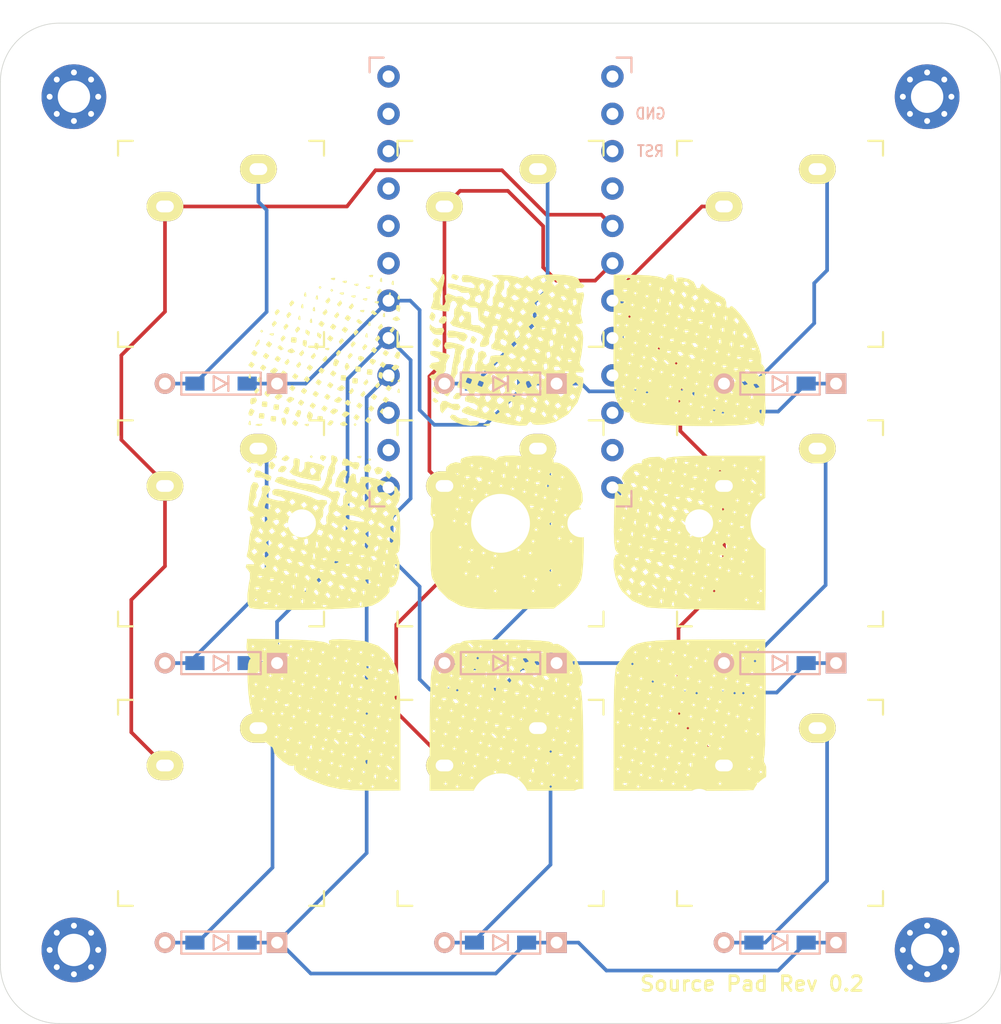
<source format=kicad_pcb>
(kicad_pcb (version 20171130) (host pcbnew 5.1.6-1.fc32)
  (layers (0 F.Cu signal) (31 B.Cu signal) (34 B.Paste user) (35 F.Paste user) (36 B.SilkS user) (37 F.SilkS user hide) (38 B.Mask user) (39 F.Mask user) (44 Edge.Cuts user))
  (net 0 "")
  (net 1 "Net-(D1-Pad2)")
  (net 2 row0)
  (net 3 "Net-(D2-Pad2)")
  (net 4 row1)
  (net 5 row2)
  (net 6 "Net-(D3-Pad2)")
  (net 7 "Net-(D4-Pad2)")
  (net 8 "Net-(D5-Pad2)")
  (net 9 "Net-(D6-Pad2)")
  (net 10 "Net-(D7-Pad2)")
  (net 11 "Net-(D8-Pad2)")
  (net 12 "Net-(D9-Pad2)")
  (net 13 col0)
  (net 14 col1)
  (net 15 col2)
  (net 16 "Net-(U1-Pad1)")
  (net 17 "Net-(U1-Pad2)")
  (net 18 "Net-(U1-Pad3)")
  (net 19 "Net-(U1-Pad4)")
  (net 20 "Net-(U1-Pad5)")
  (net 21 "Net-(U1-Pad6)")
  (net 22 "Net-(U1-Pad10)")
  (net 23 "Net-(U1-Pad11)")
  (net 24 "Net-(U1-Pad12)")
  (net 25 "Net-(U1-Pad13)")
  (net 26 "Net-(U1-Pad14)")
  (net 27 "Net-(U1-Pad15)")
  (net 28 "Net-(U1-Pad16)")
  (net 29 "Net-(U1-Pad17)")
  (net 30 "Net-(U1-Pad21)")
  (net 31 "Net-(U1-Pad22)")
  (net 32 "Net-(U1-Pad23)")
  (net 33 "Net-(U1-Pad24)")
  (module kbd:CherryMX_1u (layer F.Cu) (at 119 138)
    (fp_text reference SW6)
    (fp_text value SW_PUSH hide)
    (pad "" np_thru_hole circle (at 0 0 90) (size 4 4) (drill 4) (layers *.Cu *.Mask))
    (pad "" np_thru_hole circle (at -5.5 0 90) (size 1.9 1.9) (drill 1.9) (layers *.Cu *.Mask))
    (pad "" np_thru_hole circle (at 5.5 0 90) (size 1.9 1.9) (drill 1.9) (layers *.Cu *.Mask))
    (pad 2 thru_hole oval (at 2.54 -5.08) (size 2.5 2) (drill oval 1.2 0.8) (layers *.Cu F.SilkS B.Mask) (net 9 "Net-(D6-Pad2)"))
    (pad 1 thru_hole oval (at -3.81 -2.54) (size 2.5 2) (drill oval 1.2 0.8) (layers *.Cu F.SilkS B.Mask) (net 14 col1))
  )
  (module kbd:source_logo_small (layer F.Cu) (at 119.53125 119.53125)
    (fp_text reference G*** hide)
    (fp_text value LOGO hide)
  )
  (module MountingHole:MountingHole_2.2mm_M2_Pad_Via (layer F.Cu) (at 90 148)
    (fp_text reference REF** hide)
    (fp_text value MountingHole_2.2mm_M2_Pad_Via hide)
    (pad 1 thru_hole circle (at 1.166726 -1.166726) (size 0.7 0.7) (drill 0.4) (layers *.Cu *.Mask))
    (pad 1 thru_hole circle (at 0 -1.65) (size 0.7 0.7) (drill 0.4) (layers *.Cu *.Mask))
    (pad 1 thru_hole circle (at -1.166726 -1.166726) (size 0.7 0.7) (drill 0.4) (layers *.Cu *.Mask))
    (pad 1 thru_hole circle (at -1.65 0) (size 0.7 0.7) (drill 0.4) (layers *.Cu *.Mask))
    (pad 1 thru_hole circle (at -1.166726 1.166726) (size 0.7 0.7) (drill 0.4) (layers *.Cu *.Mask))
    (pad 1 thru_hole circle (at 0 1.65) (size 0.7 0.7) (drill 0.4) (layers *.Cu *.Mask))
    (pad 1 thru_hole circle (at 1.166726 1.166726) (size 0.7 0.7) (drill 0.4) (layers *.Cu *.Mask))
    (pad 1 thru_hole circle (at 1.65 0) (size 0.7 0.7) (drill 0.4) (layers *.Cu *.Mask))
    (pad 1 thru_hole circle (at 0 0) (size 4.4 4.4) (drill 2.2) (layers *.Cu *.Mask))
  )
  (module MountingHole:MountingHole_2.2mm_M2_Pad_Via (layer F.Cu) (at 148 148)
    (fp_text reference REF** hide)
    (fp_text value MountingHole_2.2mm_M2_Pad_Via hide)
    (pad 1 thru_hole circle (at 1.166726 -1.166726) (size 0.7 0.7) (drill 0.4) (layers *.Cu *.Mask))
    (pad 1 thru_hole circle (at 0 -1.65) (size 0.7 0.7) (drill 0.4) (layers *.Cu *.Mask))
    (pad 1 thru_hole circle (at -1.166726 -1.166726) (size 0.7 0.7) (drill 0.4) (layers *.Cu *.Mask))
    (pad 1 thru_hole circle (at -1.65 0) (size 0.7 0.7) (drill 0.4) (layers *.Cu *.Mask))
    (pad 1 thru_hole circle (at -1.166726 1.166726) (size 0.7 0.7) (drill 0.4) (layers *.Cu *.Mask))
    (pad 1 thru_hole circle (at 0 1.65) (size 0.7 0.7) (drill 0.4) (layers *.Cu *.Mask))
    (pad 1 thru_hole circle (at 1.166726 1.166726) (size 0.7 0.7) (drill 0.4) (layers *.Cu *.Mask))
    (pad 1 thru_hole circle (at 1.65 0) (size 0.7 0.7) (drill 0.4) (layers *.Cu *.Mask))
    (pad 1 thru_hole circle (at 0 0) (size 4.4 4.4) (drill 2.2) (layers *.Cu *.Mask))
  )
  (module MountingHole:MountingHole_2.2mm_M2_Pad_Via (layer F.Cu) (at 148 90)
    (fp_text reference REF** hide)
    (fp_text value MountingHole_2.2mm_M2_Pad_Via hide)
    (pad 1 thru_hole circle (at 1.166726 -1.166726) (size 0.7 0.7) (drill 0.4) (layers *.Cu *.Mask))
    (pad 1 thru_hole circle (at 0 -1.65) (size 0.7 0.7) (drill 0.4) (layers *.Cu *.Mask))
    (pad 1 thru_hole circle (at -1.166726 -1.166726) (size 0.7 0.7) (drill 0.4) (layers *.Cu *.Mask))
    (pad 1 thru_hole circle (at -1.65 0) (size 0.7 0.7) (drill 0.4) (layers *.Cu *.Mask))
    (pad 1 thru_hole circle (at -1.166726 1.166726) (size 0.7 0.7) (drill 0.4) (layers *.Cu *.Mask))
    (pad 1 thru_hole circle (at 0 1.65) (size 0.7 0.7) (drill 0.4) (layers *.Cu *.Mask))
    (pad 1 thru_hole circle (at 1.166726 1.166726) (size 0.7 0.7) (drill 0.4) (layers *.Cu *.Mask))
    (pad 1 thru_hole circle (at 1.65 0) (size 0.7 0.7) (drill 0.4) (layers *.Cu *.Mask))
    (pad 1 thru_hole circle (at 0 0) (size 4.4 4.4) (drill 2.2) (layers *.Cu *.Mask))
  )
  (module MountingHole:MountingHole_2.2mm_M2_Pad_Via (layer F.Cu) (at 90 90)
    (fp_text reference REF** hide)
    (fp_text value MountingHole_2.2mm_M2_Pad_Via hide)
    (pad 1 thru_hole circle (at 1.166726 -1.166726) (size 0.7 0.7) (drill 0.4) (layers *.Cu *.Mask))
    (pad 1 thru_hole circle (at 0 -1.65) (size 0.7 0.7) (drill 0.4) (layers *.Cu *.Mask))
    (pad 1 thru_hole circle (at -1.166726 -1.166726) (size 0.7 0.7) (drill 0.4) (layers *.Cu *.Mask))
    (pad 1 thru_hole circle (at -1.65 0) (size 0.7 0.7) (drill 0.4) (layers *.Cu *.Mask))
    (pad 1 thru_hole circle (at -1.166726 1.166726) (size 0.7 0.7) (drill 0.4) (layers *.Cu *.Mask))
    (pad 1 thru_hole circle (at 0 1.65) (size 0.7 0.7) (drill 0.4) (layers *.Cu *.Mask))
    (pad 1 thru_hole circle (at 1.166726 1.166726) (size 0.7 0.7) (drill 0.4) (layers *.Cu *.Mask))
    (pad 1 thru_hole circle (at 1.65 0) (size 0.7 0.7) (drill 0.4) (layers *.Cu *.Mask))
    (pad 1 thru_hole circle (at 0 0) (size 4.4 4.4) (drill 2.2) (layers *.Cu *.Mask))
  )
  (module kbd:CherryMX_1u (layer F.Cu) (at 100 100)
    (fp_text reference SW1)
    (fp_text value SW_PUSH hide)
    (pad 1 thru_hole oval (at -3.81 -2.54) (size 2.5 2) (drill oval 1.2 0.8) (layers *.Cu F.SilkS B.Mask) (net 13 col0))
    (pad 2 thru_hole oval (at 2.54 -5.08) (size 2.5 2) (drill oval 1.2 0.8) (layers *.Cu F.SilkS B.Mask) (net 1 "Net-(D1-Pad2)"))
    (pad "" np_thru_hole circle (at 5.5 0 90) (size 1.9 1.9) (drill 1.9) (layers *.Cu *.Mask))
    (pad "" np_thru_hole circle (at -5.5 0 90) (size 1.9 1.9) (drill 1.9) (layers *.Cu *.Mask))
    (pad "" np_thru_hole circle (at 0 0 90) (size 4 4) (drill 4) (layers *.Cu *.Mask))
  )
  (module kbd:CherryMX_1u (layer F.Cu) (at 100 119)
    (fp_text reference SW2)
    (fp_text value SW_PUSH hide)
    (pad "" np_thru_hole circle (at 0 0 90) (size 4 4) (drill 4) (layers *.Cu *.Mask))
    (pad "" np_thru_hole circle (at -5.5 0 90) (size 1.9 1.9) (drill 1.9) (layers *.Cu *.Mask))
    (pad "" np_thru_hole circle (at 5.5 0 90) (size 1.9 1.9) (drill 1.9) (layers *.Cu *.Mask))
    (pad 2 thru_hole oval (at 2.54 -5.08) (size 2.5 2) (drill oval 1.2 0.8) (layers *.Cu F.SilkS B.Mask) (net 3 "Net-(D2-Pad2)"))
    (pad 1 thru_hole oval (at -3.81 -2.54) (size 2.5 2) (drill oval 1.2 0.8) (layers *.Cu F.SilkS B.Mask) (net 13 col0))
  )
  (module kbd:CherryMX_1u (layer F.Cu) (at 100 138)
    (fp_text reference SW3)
    (fp_text value SW_PUSH hide)
    (pad "" np_thru_hole circle (at 0 0 90) (size 4 4) (drill 4) (layers *.Cu *.Mask))
    (pad "" np_thru_hole circle (at -5.5 0 90) (size 1.9 1.9) (drill 1.9) (layers *.Cu *.Mask))
    (pad "" np_thru_hole circle (at 5.5 0 90) (size 1.9 1.9) (drill 1.9) (layers *.Cu *.Mask))
    (pad 2 thru_hole oval (at 2.54 -5.08) (size 2.5 2) (drill oval 1.2 0.8) (layers *.Cu F.SilkS B.Mask) (net 6 "Net-(D3-Pad2)"))
    (pad 1 thru_hole oval (at -3.81 -2.54) (size 2.5 2) (drill oval 1.2 0.8) (layers *.Cu F.SilkS B.Mask) (net 13 col0))
  )
  (module kbd:CherryMX_1u (layer F.Cu) (at 119 100)
    (fp_text reference SW4)
    (fp_text value SW_PUSH hide)
    (pad 1 thru_hole oval (at -3.81 -2.54) (size 2.5 2) (drill oval 1.2 0.8) (layers *.Cu F.SilkS B.Mask) (net 14 col1))
    (pad 2 thru_hole oval (at 2.54 -5.08) (size 2.5 2) (drill oval 1.2 0.8) (layers *.Cu F.SilkS B.Mask) (net 7 "Net-(D4-Pad2)"))
    (pad "" np_thru_hole circle (at 5.5 0 90) (size 1.9 1.9) (drill 1.9) (layers *.Cu *.Mask))
    (pad "" np_thru_hole circle (at -5.5 0 90) (size 1.9 1.9) (drill 1.9) (layers *.Cu *.Mask))
    (pad "" np_thru_hole circle (at 0 0 90) (size 4 4) (drill 4) (layers *.Cu *.Mask))
  )
  (module kbd:CherryMX_1u (layer F.Cu) (at 119 119)
    (fp_text reference SW5)
    (fp_text value SW_PUSH hide)
    (pad "" np_thru_hole circle (at 0 0 90) (size 4 4) (drill 4) (layers *.Cu *.Mask))
    (pad "" np_thru_hole circle (at -5.5 0 90) (size 1.9 1.9) (drill 1.9) (layers *.Cu *.Mask))
    (pad "" np_thru_hole circle (at 5.5 0 90) (size 1.9 1.9) (drill 1.9) (layers *.Cu *.Mask))
    (pad 2 thru_hole oval (at 2.54 -5.08) (size 2.5 2) (drill oval 1.2 0.8) (layers *.Cu F.SilkS B.Mask) (net 8 "Net-(D5-Pad2)"))
    (pad 1 thru_hole oval (at -3.81 -2.54) (size 2.5 2) (drill oval 1.2 0.8) (layers *.Cu F.SilkS B.Mask) (net 14 col1))
  )
  (module kbd:CherryMX_1u (layer F.Cu) (at 138 100)
    (fp_text reference SW7)
    (fp_text value SW_PUSH hide)
    (pad "" np_thru_hole circle (at 0 0 90) (size 4 4) (drill 4) (layers *.Cu *.Mask))
    (pad "" np_thru_hole circle (at -5.5 0 90) (size 1.9 1.9) (drill 1.9) (layers *.Cu *.Mask))
    (pad "" np_thru_hole circle (at 5.5 0 90) (size 1.9 1.9) (drill 1.9) (layers *.Cu *.Mask))
    (pad 2 thru_hole oval (at 2.54 -5.08) (size 2.5 2) (drill oval 1.2 0.8) (layers *.Cu F.SilkS B.Mask) (net 10 "Net-(D7-Pad2)"))
    (pad 1 thru_hole oval (at -3.81 -2.54) (size 2.5 2) (drill oval 1.2 0.8) (layers *.Cu F.SilkS B.Mask) (net 15 col2))
  )
  (module kbd:CherryMX_1u (layer F.Cu) (at 138 119)
    (fp_text reference SW8)
    (fp_text value SW_PUSH hide)
    (pad 1 thru_hole oval (at -3.81 -2.54) (size 2.5 2) (drill oval 1.2 0.8) (layers *.Cu F.SilkS B.Mask) (net 15 col2))
    (pad 2 thru_hole oval (at 2.54 -5.08) (size 2.5 2) (drill oval 1.2 0.8) (layers *.Cu F.SilkS B.Mask) (net 11 "Net-(D8-Pad2)"))
    (pad "" np_thru_hole circle (at 5.5 0 90) (size 1.9 1.9) (drill 1.9) (layers *.Cu *.Mask))
    (pad "" np_thru_hole circle (at -5.5 0 90) (size 1.9 1.9) (drill 1.9) (layers *.Cu *.Mask))
    (pad "" np_thru_hole circle (at 0 0 90) (size 4 4) (drill 4) (layers *.Cu *.Mask))
  )
  (module kbd:CherryMX_1u (layer F.Cu) (at 138 138)
    (fp_text reference SW9)
    (fp_text value SW_PUSH hide)
    (pad 1 thru_hole oval (at -3.81 -2.54) (size 2.5 2) (drill oval 1.2 0.8) (layers *.Cu F.SilkS B.Mask) (net 15 col2))
    (pad 2 thru_hole oval (at 2.54 -5.08) (size 2.5 2) (drill oval 1.2 0.8) (layers *.Cu F.SilkS B.Mask) (net 12 "Net-(D9-Pad2)"))
    (pad "" np_thru_hole circle (at 5.5 0 90) (size 1.9 1.9) (drill 1.9) (layers *.Cu *.Mask))
    (pad "" np_thru_hole circle (at -5.5 0 90) (size 1.9 1.9) (drill 1.9) (layers *.Cu *.Mask))
    (pad "" np_thru_hole circle (at 0 0 90) (size 4 4) (drill 4) (layers *.Cu *.Mask))
  )
  (module kbd:D3_TH_SMD_SINGLE_SIDE (layer B.Cu) (at 100 109.5 180)
    (fp_text reference D1 hide)
    (fp_text value 1N4148W hide)
    (pad 2 smd rect (at 1.775 0 180) (size 1.3 0.95) (layers B.Cu B.Paste B.Mask) (net 1 "Net-(D1-Pad2)"))
    (pad 2 thru_hole circle (at 3.81 0 180) (size 1.397 1.397) (drill 0.8128) (layers *.Cu *.Mask B.SilkS) (net 1 "Net-(D1-Pad2)"))
    (pad 1 thru_hole rect (at -3.81 0 180) (size 1.397 1.397) (drill 0.8128) (layers *.Cu *.Mask B.SilkS) (net 2 row0))
    (pad 1 smd rect (at -1.775 0 180) (size 1.3 0.95) (layers B.Cu B.Paste B.Mask) (net 2 row0))
  )
  (module kbd:D3_TH_SMD_SINGLE_SIDE (layer B.Cu) (at 100 128.5 180)
    (fp_text reference D2 hide)
    (fp_text value 1N4148W hide)
    (pad 2 smd rect (at 1.775 0 180) (size 1.3 0.95) (layers B.Cu B.Paste B.Mask) (net 3 "Net-(D2-Pad2)"))
    (pad 2 thru_hole circle (at 3.81 0 180) (size 1.397 1.397) (drill 0.8128) (layers *.Cu *.Mask B.SilkS) (net 3 "Net-(D2-Pad2)"))
    (pad 1 thru_hole rect (at -3.81 0 180) (size 1.397 1.397) (drill 0.8128) (layers *.Cu *.Mask B.SilkS) (net 4 row1))
    (pad 1 smd rect (at -1.775 0 180) (size 1.3 0.95) (layers B.Cu B.Paste B.Mask) (net 4 row1))
  )
  (module kbd:D3_TH_SMD_SINGLE_SIDE (layer B.Cu) (at 100 147.5 180)
    (fp_text reference D3 hide)
    (fp_text value 1N4148W hide)
    (pad 1 smd rect (at -1.775 0 180) (size 1.3 0.95) (layers B.Cu B.Paste B.Mask) (net 5 row2))
    (pad 1 thru_hole rect (at -3.81 0 180) (size 1.397 1.397) (drill 0.8128) (layers *.Cu *.Mask B.SilkS) (net 5 row2))
    (pad 2 thru_hole circle (at 3.81 0 180) (size 1.397 1.397) (drill 0.8128) (layers *.Cu *.Mask B.SilkS) (net 6 "Net-(D3-Pad2)"))
    (pad 2 smd rect (at 1.775 0 180) (size 1.3 0.95) (layers B.Cu B.Paste B.Mask) (net 6 "Net-(D3-Pad2)"))
  )
  (module kbd:D3_TH_SMD_SINGLE_SIDE (layer B.Cu) (at 119 109.5 180)
    (fp_text reference D4 hide)
    (fp_text value 1N4148W hide)
    (pad 1 smd rect (at -1.775 0 180) (size 1.3 0.95) (layers B.Cu B.Paste B.Mask) (net 2 row0))
    (pad 1 thru_hole rect (at -3.81 0 180) (size 1.397 1.397) (drill 0.8128) (layers *.Cu *.Mask B.SilkS) (net 2 row0))
    (pad 2 thru_hole circle (at 3.81 0 180) (size 1.397 1.397) (drill 0.8128) (layers *.Cu *.Mask B.SilkS) (net 7 "Net-(D4-Pad2)"))
    (pad 2 smd rect (at 1.775 0 180) (size 1.3 0.95) (layers B.Cu B.Paste B.Mask) (net 7 "Net-(D4-Pad2)"))
  )
  (module kbd:D3_TH_SMD_SINGLE_SIDE (layer B.Cu) (at 119 128.5 180)
    (fp_text reference D5 hide)
    (fp_text value 1N4148W hide)
    (pad 1 smd rect (at -1.775 0 180) (size 1.3 0.95) (layers B.Cu B.Paste B.Mask) (net 4 row1))
    (pad 1 thru_hole rect (at -3.81 0 180) (size 1.397 1.397) (drill 0.8128) (layers *.Cu *.Mask B.SilkS) (net 4 row1))
    (pad 2 thru_hole circle (at 3.81 0 180) (size 1.397 1.397) (drill 0.8128) (layers *.Cu *.Mask B.SilkS) (net 8 "Net-(D5-Pad2)"))
    (pad 2 smd rect (at 1.775 0 180) (size 1.3 0.95) (layers B.Cu B.Paste B.Mask) (net 8 "Net-(D5-Pad2)"))
  )
  (module kbd:D3_TH_SMD_SINGLE_SIDE (layer B.Cu) (at 119 147.5 180)
    (fp_text reference D6 hide)
    (fp_text value 1N4148W hide)
    (pad 2 smd rect (at 1.775 0 180) (size 1.3 0.95) (layers B.Cu B.Paste B.Mask) (net 9 "Net-(D6-Pad2)"))
    (pad 2 thru_hole circle (at 3.81 0 180) (size 1.397 1.397) (drill 0.8128) (layers *.Cu *.Mask B.SilkS) (net 9 "Net-(D6-Pad2)"))
    (pad 1 thru_hole rect (at -3.81 0 180) (size 1.397 1.397) (drill 0.8128) (layers *.Cu *.Mask B.SilkS) (net 5 row2))
    (pad 1 smd rect (at -1.775 0 180) (size 1.3 0.95) (layers B.Cu B.Paste B.Mask) (net 5 row2))
  )
  (module kbd:D3_TH_SMD_SINGLE_SIDE (layer B.Cu) (at 138 109.5 180)
    (fp_text reference D7 hide)
    (fp_text value 1N4148W hide)
    (pad 2 smd rect (at 1.775 0 180) (size 1.3 0.95) (layers B.Cu B.Paste B.Mask) (net 10 "Net-(D7-Pad2)"))
    (pad 2 thru_hole circle (at 3.81 0 180) (size 1.397 1.397) (drill 0.8128) (layers *.Cu *.Mask B.SilkS) (net 10 "Net-(D7-Pad2)"))
    (pad 1 thru_hole rect (at -3.81 0 180) (size 1.397 1.397) (drill 0.8128) (layers *.Cu *.Mask B.SilkS) (net 2 row0))
    (pad 1 smd rect (at -1.775 0 180) (size 1.3 0.95) (layers B.Cu B.Paste B.Mask) (net 2 row0))
  )
  (module kbd:D3_TH_SMD_SINGLE_SIDE (layer B.Cu) (at 138 128.5 180)
    (fp_text reference D8 hide)
    (fp_text value 1N4148W hide)
    (pad 1 smd rect (at -1.775 0 180) (size 1.3 0.95) (layers B.Cu B.Paste B.Mask) (net 4 row1))
    (pad 1 thru_hole rect (at -3.81 0 180) (size 1.397 1.397) (drill 0.8128) (layers *.Cu *.Mask B.SilkS) (net 4 row1))
    (pad 2 thru_hole circle (at 3.81 0 180) (size 1.397 1.397) (drill 0.8128) (layers *.Cu *.Mask B.SilkS) (net 11 "Net-(D8-Pad2)"))
    (pad 2 smd rect (at 1.775 0 180) (size 1.3 0.95) (layers B.Cu B.Paste B.Mask) (net 11 "Net-(D8-Pad2)"))
  )
  (module kbd:D3_TH_SMD_SINGLE_SIDE (layer B.Cu) (at 138 147.5 180)
    (fp_text reference D9 hide)
    (fp_text value 1N4148W hide)
    (pad 1 smd rect (at -1.775 0 180) (size 1.3 0.95) (layers B.Cu B.Paste B.Mask) (net 5 row2))
    (pad 1 thru_hole rect (at -3.81 0 180) (size 1.397 1.397) (drill 0.8128) (layers *.Cu *.Mask B.SilkS) (net 5 row2))
    (pad 2 thru_hole circle (at 3.81 0 180) (size 1.397 1.397) (drill 0.8128) (layers *.Cu *.Mask B.SilkS) (net 12 "Net-(D9-Pad2)"))
    (pad 2 smd rect (at 1.775 0 180) (size 1.3 0.95) (layers B.Cu B.Paste B.Mask) (net 12 "Net-(D9-Pad2)"))
  )
  (module kbd:ProMicro_v3.5_fix (layer B.Cu) (at 119 103.1 180)
    (fp_text reference U1 hide)
    (fp_text value ProMicro-kbd hide)
    (fp_text user RST (at -10.195 9.4 unlocked) (layer B.SilkS) (effects (font (size 0.75 0.67) (thickness 0.125)) (justify mirror)))
    (fp_text user GND (at -10.195 11.95 unlocked) (layer B.SilkS) (effects (font (size 0.75 0.67) (thickness 0.125)) (justify mirror)))
    (fp_text user "" (at -0.545 17.4) (layer B.SilkS) (effects (justify mirror)))
    (fp_text user "" (at -1.2515 16.256) (layer F.SilkS))
    (pad 1 thru_hole circle (at 7.6114 14.478 180) (size 1.524 1.524) (drill 0.8128) (layers *.Cu *.Mask) (net 16 "Net-(U1-Pad1)"))
    (pad 2 thru_hole circle (at 7.6114 11.938 180) (size 1.524 1.524) (drill 0.8128) (layers *.Cu *.Mask) (net 17 "Net-(U1-Pad2)"))
    (pad 3 thru_hole circle (at 7.6114 9.398 180) (size 1.524 1.524) (drill 0.8128) (layers *.Cu *.Mask) (net 18 "Net-(U1-Pad3)"))
    (pad 4 thru_hole circle (at 7.6114 6.858 180) (size 1.524 1.524) (drill 0.8128) (layers *.Cu *.Mask) (net 19 "Net-(U1-Pad4)"))
    (pad 5 thru_hole circle (at 7.6114 4.318 180) (size 1.524 1.524) (drill 0.8128) (layers *.Cu *.Mask) (net 20 "Net-(U1-Pad5)"))
    (pad 6 thru_hole circle (at 7.6114 1.778 180) (size 1.524 1.524) (drill 0.8128) (layers *.Cu *.Mask) (net 21 "Net-(U1-Pad6)"))
    (pad 7 thru_hole circle (at 7.6114 -0.762 180) (size 1.524 1.524) (drill 0.8128) (layers *.Cu *.Mask) (net 2 row0))
    (pad 8 thru_hole circle (at 7.6114 -3.302 180) (size 1.524 1.524) (drill 0.8128) (layers *.Cu *.Mask) (net 4 row1))
    (pad 9 thru_hole circle (at 7.6114 -5.842 180) (size 1.524 1.524) (drill 0.8128) (layers *.Cu *.Mask) (net 5 row2))
    (pad 10 thru_hole circle (at 7.6114 -8.382 180) (size 1.524 1.524) (drill 0.8128) (layers *.Cu *.Mask) (net 22 "Net-(U1-Pad10)"))
    (pad 11 thru_hole circle (at 7.6114 -10.922 180) (size 1.524 1.524) (drill 0.8128) (layers *.Cu *.Mask) (net 23 "Net-(U1-Pad11)"))
    (pad 12 thru_hole circle (at 7.6114 -13.462 180) (size 1.524 1.524) (drill 0.8128) (layers *.Cu *.Mask) (net 24 "Net-(U1-Pad12)"))
    (pad 13 thru_hole circle (at -7.6086 -13.462 180) (size 1.524 1.524) (drill 0.8128) (layers *.Cu *.Mask) (net 25 "Net-(U1-Pad13)"))
    (pad 14 thru_hole circle (at -7.6086 -10.922 180) (size 1.524 1.524) (drill 0.8128) (layers *.Cu *.Mask) (net 26 "Net-(U1-Pad14)"))
    (pad 15 thru_hole circle (at -7.6086 -8.382 180) (size 1.524 1.524) (drill 0.8128) (layers *.Cu *.Mask) (net 27 "Net-(U1-Pad15)"))
    (pad 16 thru_hole circle (at -7.6086 -5.842 180) (size 1.524 1.524) (drill 0.8128) (layers *.Cu *.Mask) (net 28 "Net-(U1-Pad16)"))
    (pad 17 thru_hole circle (at -7.6086 -3.302 180) (size 1.524 1.524) (drill 0.8128) (layers *.Cu *.Mask) (net 29 "Net-(U1-Pad17)"))
    (pad 18 thru_hole circle (at -7.6086 -0.762 180) (size 1.524 1.524) (drill 0.8128) (layers *.Cu *.Mask) (net 15 col2))
    (pad 19 thru_hole circle (at -7.6086 1.778 180) (size 1.524 1.524) (drill 0.8128) (layers *.Cu *.Mask) (net 14 col1))
    (pad 20 thru_hole circle (at -7.6086 4.318 180) (size 1.524 1.524) (drill 0.8128) (layers *.Cu *.Mask) (net 13 col0))
    (pad 21 thru_hole circle (at -7.6086 6.858 180) (size 1.524 1.524) (drill 0.8128) (layers *.Cu *.Mask) (net 30 "Net-(U1-Pad21)"))
    (pad 22 thru_hole circle (at -7.6086 9.398 180) (size 1.524 1.524) (drill 0.8128) (layers *.Cu *.Mask) (net 31 "Net-(U1-Pad22)"))
    (pad 23 thru_hole circle (at -7.6086 11.938 180) (size 1.524 1.524) (drill 0.8128) (layers *.Cu *.Mask) (net 32 "Net-(U1-Pad23)"))
    (pad 24 thru_hole circle (at -7.6086 14.478 180) (size 1.524 1.524) (drill 0.8128) (layers *.Cu *.Mask) (net 33 "Net-(U1-Pad24)"))
  )
  (gr_line (start 85 149) (end 85 89) (layer Edge.Cuts) (width 0.05))
  (gr_line (start 149 153) (end 89 153) (layer Edge.Cuts) (width 0.05))
  (gr_line (start 153 89) (end 153 149) (layer Edge.Cuts) (width 0.05))
  (gr_line (start 89 85) (end 149 85) (layer Edge.Cuts) (width 0.05))
  (gr_arc (start 89 89) (end 89 85) (angle -90) (layer Edge.Cuts) (width 0.05))
  (gr_arc (start 89 149) (end 85 149) (angle -90) (layer Edge.Cuts) (width 0.05))
  (gr_arc (start 149 149) (end 149 153) (angle -90) (layer Edge.Cuts) (width 0.05))
  (gr_arc (start 149 89) (end 153 89) (angle -90) (layer Edge.Cuts) (width 0.05))
  (gr_text "Source Pad Rev 0.2" (at 136.1 150.3) (layer F.SilkS) (effects (font (size 1 1) (thickness 0.1875))))
  (segment (start 96.19 109.5) (end 98.225 109.5) (width 0.25) (layer B.Cu) (net 1))
  (segment (start 102.54 94.92) (end 102.54 97.14) (width 0.25) (layer B.Cu) (net 1))
  (segment (start 102.54 97.14) (end 103.1 97.7) (width 0.25) (layer B.Cu) (net 1))
  (segment (start 103.1 104.625) (end 98.225 109.5) (width 0.25) (layer B.Cu) (net 1))
  (segment (start 103.1 97.7) (end 103.1 104.625) (width 0.25) (layer B.Cu) (net 1))
  (segment (start 101.775 109.5) (end 103.81 109.5) (width 0.25) (layer B.Cu) (net 2))
  (segment (start 105.7506 109.5) (end 111.3886 103.862) (width 0.25) (layer B.Cu) (net 2))
  (segment (start 103.81 109.5) (end 105.7506 109.5) (width 0.25) (layer B.Cu) (net 2))
  (segment (start 111.3886 103.862) (end 112.862 103.862) (width 0.25) (layer B.Cu) (net 2))
  (segment (start 112.862 103.862) (end 113.5 104.5) (width 0.25) (layer B.Cu) (net 2))
  (segment (start 113.5 104.5) (end 113.5 111.3) (width 0.25) (layer B.Cu) (net 2))
  (segment (start 113.5 111.3) (end 114.5 112.3) (width 0.25) (layer B.Cu) (net 2))
  (segment (start 117.975 112.3) (end 120.775 109.5) (width 0.25) (layer B.Cu) (net 2))
  (segment (start 114.5 112.3) (end 117.975 112.3) (width 0.25) (layer B.Cu) (net 2))
  (segment (start 120.775 109.5) (end 122.81 109.5) (width 0.25) (layer B.Cu) (net 2))
  (segment (start 122.81 109.5) (end 124.5 109.5) (width 0.25) (layer B.Cu) (net 2))
  (segment (start 125.029001 110.029001) (end 132.029001 110.029001) (width 0.25) (layer B.Cu) (net 2))
  (segment (start 124.5 109.5) (end 125.029001 110.029001) (width 0.25) (layer B.Cu) (net 2))
  (segment (start 132.029001 110.029001) (end 133.4 111.4) (width 0.25) (layer B.Cu) (net 2))
  (segment (start 137.875 111.4) (end 139.775 109.5) (width 0.25) (layer B.Cu) (net 2))
  (segment (start 133.4 111.4) (end 137.875 111.4) (width 0.25) (layer B.Cu) (net 2))
  (segment (start 139.775 109.5) (end 141.81 109.5) (width 0.25) (layer B.Cu) (net 2))
  (segment (start 96.19 128.5) (end 98.225 128.5) (width 0.25) (layer B.Cu) (net 3))
  (segment (start 98.225 128.5) (end 98.225 128.075) (width 0.25) (layer B.Cu) (net 3))
  (segment (start 98.225 128.075) (end 103.1 123.2) (width 0.25) (layer B.Cu) (net 3))
  (segment (start 103.1 114.48) (end 102.54 113.92) (width 0.25) (layer B.Cu) (net 3))
  (segment (start 103.1 123.2) (end 103.1 114.48) (width 0.25) (layer B.Cu) (net 3))
  (segment (start 101.775 128.5) (end 103.81 128.5) (width 0.25) (layer B.Cu) (net 4))
  (segment (start 103.81 128.5) (end 103.81 125.69) (width 0.25) (layer B.Cu) (net 4))
  (segment (start 103.81 125.69) (end 108.6 120.9) (width 0.25) (layer B.Cu) (net 4))
  (segment (start 108.6 109.1906) (end 111.3886 106.402) (width 0.25) (layer B.Cu) (net 4))
  (segment (start 108.6 120.9) (end 108.6 109.1906) (width 0.25) (layer B.Cu) (net 4))
  (segment (start 103.81 128.5) (end 104.1 128.5) (width 0.25) (layer B.Cu) (net 4))
  (segment (start 120.775 128.5) (end 122.81 128.5) (width 0.25) (layer B.Cu) (net 4))
  (segment (start 122.81 128.5) (end 128 128.5) (width 0.25) (layer B.Cu) (net 4))
  (segment (start 128 128.5) (end 130 130.5) (width 0.25) (layer B.Cu) (net 4))
  (segment (start 137.775 130.5) (end 139.775 128.5) (width 0.25) (layer B.Cu) (net 4))
  (segment (start 130 130.5) (end 137.775 130.5) (width 0.25) (layer B.Cu) (net 4))
  (segment (start 139.775 128.5) (end 141.81 128.5) (width 0.25) (layer B.Cu) (net 4))
  (segment (start 113.5 123.3) (end 113.5 129.6) (width 0.25) (layer B.Cu) (net 4))
  (segment (start 111.6 121.4) (end 113.5 123.3) (width 0.25) (layer B.Cu) (net 4))
  (segment (start 111.6 118.6) (end 111.6 121.4) (width 0.25) (layer B.Cu) (net 4))
  (segment (start 118.975 130.3) (end 120.775 128.5) (width 0.25) (layer B.Cu) (net 4))
  (segment (start 112.887999 117.312001) (end 111.6 118.6) (width 0.25) (layer B.Cu) (net 4))
  (segment (start 113.5 129.6) (end 114.2 130.3) (width 0.25) (layer B.Cu) (net 4))
  (segment (start 112.887999 107.901399) (end 112.887999 117.312001) (width 0.25) (layer B.Cu) (net 4))
  (segment (start 114.2 130.3) (end 118.975 130.3) (width 0.25) (layer B.Cu) (net 4))
  (segment (start 111.3886 106.402) (end 112.887999 107.901399) (width 0.25) (layer B.Cu) (net 4))
  (segment (start 101.775 147.5) (end 103.81 147.5) (width 0.25) (layer B.Cu) (net 5))
  (segment (start 103.81 147.5) (end 104 147.5) (width 0.25) (layer B.Cu) (net 5))
  (segment (start 104 147.5) (end 106.1 149.6) (width 0.25) (layer B.Cu) (net 5))
  (segment (start 118.675 149.6) (end 120.775 147.5) (width 0.25) (layer B.Cu) (net 5))
  (segment (start 106.1 149.6) (end 118.675 149.6) (width 0.25) (layer B.Cu) (net 5))
  (segment (start 120.775 147.5) (end 122.81 147.5) (width 0.25) (layer B.Cu) (net 5))
  (segment (start 122.81 147.5) (end 124.3 147.5) (width 0.25) (layer B.Cu) (net 5))
  (segment (start 124.3 147.5) (end 126.2 149.4) (width 0.25) (layer B.Cu) (net 5))
  (segment (start 137.875 149.4) (end 139.775 147.5) (width 0.25) (layer B.Cu) (net 5))
  (segment (start 126.2 149.4) (end 137.875 149.4) (width 0.25) (layer B.Cu) (net 5))
  (segment (start 139.775 147.5) (end 141.81 147.5) (width 0.25) (layer B.Cu) (net 5))
  (segment (start 103.81 147.5) (end 109.9 141.41) (width 0.25) (layer B.Cu) (net 5))
  (segment (start 109.9 110.4306) (end 111.3886 108.942) (width 0.25) (layer B.Cu) (net 5))
  (segment (start 109.9 141.41) (end 109.9 110.4306) (width 0.25) (layer B.Cu) (net 5))
  (segment (start 96.19 147.5) (end 98.225 147.5) (width 0.25) (layer B.Cu) (net 6))
  (segment (start 98.225 147.5) (end 98.4 147.5) (width 0.25) (layer B.Cu) (net 6))
  (segment (start 98.4 147.5) (end 103.5 142.4) (width 0.25) (layer B.Cu) (net 6))
  (segment (start 103.5 133.88) (end 102.54 132.92) (width 0.25) (layer B.Cu) (net 6))
  (segment (start 103.5 142.4) (end 103.5 133.88) (width 0.25) (layer B.Cu) (net 6))
  (segment (start 115.19 109.5) (end 117.225 109.5) (width 0.25) (layer B.Cu) (net 7))
  (segment (start 121.325001 105.399999) (end 121.325001 103.974999) (width 0.25) (layer B.Cu) (net 7))
  (segment (start 117.225 109.5) (end 121.325001 105.399999) (width 0.25) (layer B.Cu) (net 7))
  (segment (start 121.325001 103.974999) (end 122.2 103.1) (width 0.25) (layer B.Cu) (net 7))
  (segment (start 122.2 95.58) (end 121.54 94.92) (width 0.25) (layer B.Cu) (net 7))
  (segment (start 122.2 103.1) (end 122.2 95.58) (width 0.25) (layer B.Cu) (net 7))
  (segment (start 115.19 128.5) (end 117.225 128.5) (width 0.25) (layer B.Cu) (net 8))
  (segment (start 117.225 128.5) (end 117.225 128.275) (width 0.25) (layer B.Cu) (net 8))
  (segment (start 117.225 128.275) (end 122.3 123.2) (width 0.25) (layer B.Cu) (net 8))
  (segment (start 122.3 114.68) (end 121.54 113.92) (width 0.25) (layer B.Cu) (net 8))
  (segment (start 122.3 123.2) (end 122.3 114.68) (width 0.25) (layer B.Cu) (net 8))
  (segment (start 115.19 147.5) (end 117.225 147.5) (width 0.25) (layer B.Cu) (net 9))
  (segment (start 117.225 147.5) (end 117.225 147.375) (width 0.25) (layer B.Cu) (net 9))
  (segment (start 117.225 147.375) (end 122.4 142.2) (width 0.25) (layer B.Cu) (net 9))
  (segment (start 122.4 133.78) (end 121.54 132.92) (width 0.25) (layer B.Cu) (net 9))
  (segment (start 122.4 142.2) (end 122.4 133.78) (width 0.25) (layer B.Cu) (net 9))
  (segment (start 134.19 109.5) (end 136.225 109.5) (width 0.25) (layer B.Cu) (net 10))
  (segment (start 140.325001 105.399999) (end 140.325001 102.674999) (width 0.25) (layer B.Cu) (net 10))
  (segment (start 136.225 109.5) (end 140.325001 105.399999) (width 0.25) (layer B.Cu) (net 10))
  (segment (start 140.325001 102.674999) (end 141.2 101.8) (width 0.25) (layer B.Cu) (net 10))
  (segment (start 141.2 95.58) (end 140.54 94.92) (width 0.25) (layer B.Cu) (net 10))
  (segment (start 141.2 101.8) (end 141.2 95.58) (width 0.25) (layer B.Cu) (net 10))
  (segment (start 136.225 128.5) (end 136.225 128.075) (width 0.25) (layer B.Cu) (net 11))
  (segment (start 136.225 128.075) (end 141.1 123.2) (width 0.25) (layer B.Cu) (net 11))
  (segment (start 141.1 114.48) (end 140.54 113.92) (width 0.25) (layer B.Cu) (net 11))
  (segment (start 141.1 123.2) (end 141.1 114.48) (width 0.25) (layer B.Cu) (net 11))
  (segment (start 134.19 128.5) (end 136.225 128.5) (width 0.25) (layer B.Cu) (net 11))
  (segment (start 134.19 147.5) (end 136.225 147.5) (width 0.25) (layer B.Cu) (net 12))
  (segment (start 136.225 147.5) (end 136.225 147.375) (width 0.25) (layer B.Cu) (net 12))
  (segment (start 136.225 147.5) (end 137 147.5) (width 0.25) (layer B.Cu) (net 12))
  (segment (start 137 147.5) (end 141.2 143.3) (width 0.25) (layer B.Cu) (net 12))
  (segment (start 141.2 133.58) (end 140.54 132.92) (width 0.25) (layer B.Cu) (net 12))
  (segment (start 141.2 143.3) (end 141.2 133.58) (width 0.25) (layer B.Cu) (net 12))
  (segment (start 126.551599 98.724999) (end 126.6086 98.782) (width 0.25) (layer F.Cu) (net 13))
  (segment (start 96.19 97.46) (end 96.19 104.61) (width 0.25) (layer F.Cu) (net 13))
  (segment (start 93.224999 107.575001) (end 93.224999 113.324999) (width 0.25) (layer F.Cu) (net 13))
  (segment (start 96.19 104.61) (end 93.224999 107.575001) (width 0.25) (layer F.Cu) (net 13))
  (segment (start 96.19 116.29) (end 96.19 116.46) (width 0.25) (layer F.Cu) (net 13))
  (segment (start 93.224999 113.324999) (end 96.19 116.29) (width 0.25) (layer F.Cu) (net 13))
  (segment (start 108.561838 97.46) (end 110.5 95) (width 0.25) (layer F.Cu) (net 13))
  (segment (start 96.19 97.46) (end 108.561838 97.46) (width 0.25) (layer F.Cu) (net 13))
  (segment (start 110.5 95) (end 119.1 95) (width 0.25) (layer F.Cu) (net 13))
  (segment (start 125.846601 98.020001) (end 126.6086 98.782) (width 0.25) (layer F.Cu) (net 13))
  (segment (start 122.120001 98.020001) (end 125.846601 98.020001) (width 0.25) (layer F.Cu) (net 13))
  (segment (start 119.1 95) (end 122.120001 98.020001) (width 0.25) (layer F.Cu) (net 13))
  (segment (start 96.19 135.46) (end 96.16 135.46) (width 0.25) (layer F.Cu) (net 13))
  (segment (start 96.16 135.46) (end 93.9 133.2) (width 0.25) (layer F.Cu) (net 13))
  (segment (start 93.9 133.2) (end 93.9 124.2) (width 0.25) (layer F.Cu) (net 13))
  (segment (start 96.19 121.91) (end 96.19 116.46) (width 0.25) (layer F.Cu) (net 13))
  (segment (start 93.9 124.2) (end 96.19 121.91) (width 0.25) (layer F.Cu) (net 13))
  (segment (start 114.166499 115.436499) (end 115.19 116.46) (width 0.25) (layer F.Cu) (net 14))
  (segment (start 114.166499 109.008719) (end 114.166499 115.436499) (width 0.25) (layer F.Cu) (net 14))
  (segment (start 115.19 107.985218) (end 114.166499 109.008719) (width 0.25) (layer F.Cu) (net 14))
  (segment (start 115.19 97.46) (end 115.19 107.985218) (width 0.25) (layer F.Cu) (net 14))
  (segment (start 126.2306 101.7) (end 126.6086 101.322) (width 0.25) (layer F.Cu) (net 14))
  (segment (start 126.6086 101.322) (end 125.4306 102.5) (width 0.25) (layer F.Cu) (net 14))
  (segment (start 125.4306 102.5) (end 122.8 102.5) (width 0.25) (layer F.Cu) (net 14))
  (segment (start 122.8 102.5) (end 121.9 101.6) (width 0.25) (layer F.Cu) (net 14))
  (segment (start 121.9 101.6) (end 121.9 98.8) (width 0.25) (layer F.Cu) (net 14))
  (segment (start 121.9 98.8) (end 119.5 96.4) (width 0.25) (layer F.Cu) (net 14))
  (segment (start 119.5 96.4) (end 116.25 96.4) (width 0.25) (layer F.Cu) (net 14))
  (segment (start 116.25 96.4) (end 115.19 97.46) (width 0.25) (layer F.Cu) (net 14))
  (segment (start 115.19 135.46) (end 115.19 135.09) (width 0.25) (layer F.Cu) (net 14))
  (segment (start 111.910361 131.810361) (end 111.910361 125.889639) (width 0.25) (layer F.Cu) (net 14))
  (segment (start 115.19 135.09) (end 111.910361 131.810361) (width 0.25) (layer F.Cu) (net 14))
  (segment (start 115.19 122.61) (end 115.19 116.46) (width 0.25) (layer F.Cu) (net 14))
  (segment (start 111.910361 125.889639) (end 115.19 122.61) (width 0.25) (layer F.Cu) (net 14))
  (segment (start 126.6086 103.5414) (end 126.6086 103.862) (width 0.25) (layer F.Cu) (net 15))
  (segment (start 132.69 97.46) (end 126.6086 103.5414) (width 0.25) (layer F.Cu) (net 15))
  (segment (start 134.19 97.46) (end 132.69 97.46) (width 0.25) (layer F.Cu) (net 15))
  (segment (start 134.19 116.46) (end 134.19 115.69) (width 0.25) (layer F.Cu) (net 15))
  (segment (start 131.224999 108.478399) (end 126.6086 103.862) (width 0.25) (layer F.Cu) (net 15))
  (segment (start 131.224999 112.724999) (end 131.224999 108.478399) (width 0.25) (layer F.Cu) (net 15))
  (segment (start 134.19 115.69) (end 131.224999 112.724999) (width 0.25) (layer F.Cu) (net 15))
  (segment (start 134.19 135.46) (end 134.19 135.39) (width 0.25) (layer F.Cu) (net 15))
  (segment (start 134.19 135.39) (end 131.1 132.3) (width 0.25) (layer F.Cu) (net 15))
  (segment (start 131.1 132.3) (end 131.1 126.1) (width 0.25) (layer F.Cu) (net 15))
  (segment (start 134.19 123.01) (end 134.19 116.46) (width 0.25) (layer F.Cu) (net 15))
  (segment (start 131.1 126.1) (end 134.19 123.01) (width 0.25) (layer F.Cu) (net 15))
)
</source>
